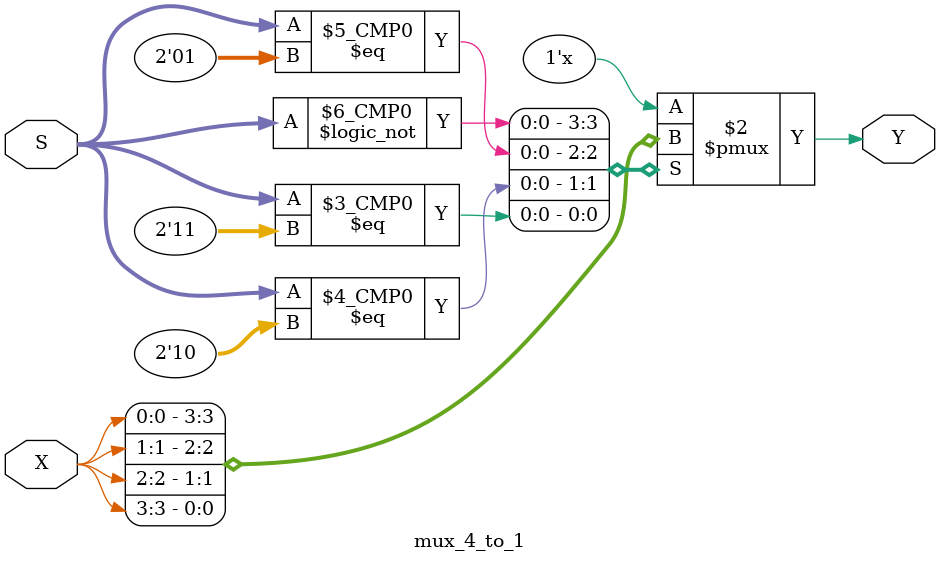
<source format=v>
`timescale 1ns / 1ps


module mux_4_to_1(
    input [3:0] X,
    input [1:0] S,
    output Y
    );
    
    reg Y;
     
    always @(X or S)
        case(S)
            2'b00: Y = X[0];
            2'b01: Y = X[1];
            2'b10: Y = X[2];
            2'b11: Y = X[3];
        endcase
endmodule


</source>
